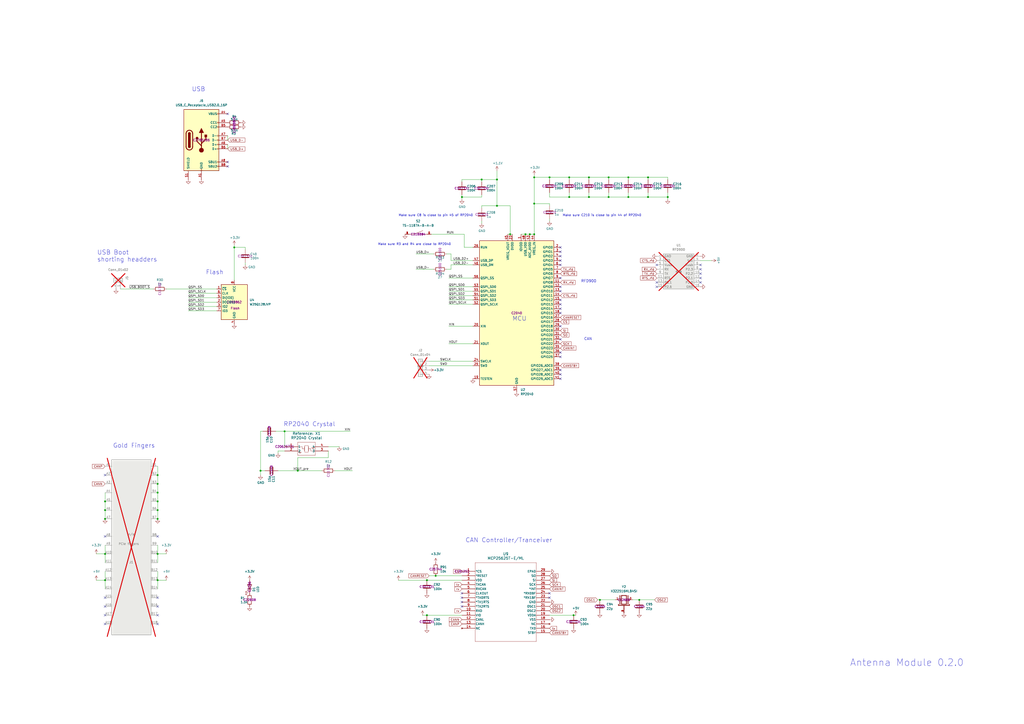
<source format=kicad_sch>
(kicad_sch (version 20250114) (generator "eeschema") (generator_version "9.0")
  (paper "A2")
  (text "Make sure C210 is close to pin 44 of RP2040" (at 326.39 125.73 0) (effects (font (size 1.27 1.27)) (justify left bottom)))
  (text "Make sure C8 is close to pin 45 of RP2040" (at 231.14 125.73 0) (effects (font (size 1.27 1.27)) (justify left bottom)))
  (text "RP2040 Crystal" (at 164.465 247.65 0) (effects (font (size 2.54 2.54)) (justify left bottom)))
  (text "USB" (at 111.252 53.34 0) (effects (font (size 2.54 2.54)) (justify left bottom)))
  (text "Make sure R3 and R4 are close to RP2040" (at 261.62 142.494 0) (effects (font (size 1.27 1.27)) (justify right bottom)))
  (text "CAN" (at 338.836 197.612 0) (effects (font (size 1.524 1.524)) (justify left bottom)))
  (text "RFD900" (at 337.058 164.084 0) (effects (font (size 1.524 1.524)) (justify left bottom)))
  (text "USB Boot \nshorting headders" (at 56.388 152.146 0) (effects (font (size 2.54 2.54)) (justify left bottom)))
  (text "Antenna Module 0.2.0" (at 493.014 386.842 0) (effects (font (size 4 4)) (justify left bottom)))
  (text "Gold Fingers" (at 65.532 260.096 0) (effects (font (size 2.54 2.54)) (justify left bottom)))
  (text "MCU" (at 297.18 186.436 0) (effects (font (size 2.54 2.54)) (justify left bottom)))
  (text "CAN Controller/Tranceiver" (at 270.002 314.96 0) (effects (font (size 2.54 2.54)) (justify left bottom)))
  (text "Flash" (at 119.38 159.512 0) (effects (font (size 2.54 2.54)) (justify left bottom)))
  (junction (at 252.73 334.01))
  (junction (at 151.13 273.05))
  (junction (at 91.44 295.91))
  (junction (at 330.2 114.3))
  (junction (at 91.44 285.75))
  (junction (at 60.96 321.31))
  (junction (at 91.44 280.67))
  (junction (at 135.89 143.51))
  (junction (at 60.96 295.91))
  (junction (at 370.84 347.98))
  (junction (at 91.44 300.99))
  (junction (at 341.63 102.87))
  (junction (at 91.44 290.83))
  (junction (at 288.29 104.14))
  (junction (at 288.29 119.38))
  (junction (at 267.97 114.3))
  (junction (at 330.2 102.87))
  (junction (at 318.77 102.87))
  (junction (at 247.65 336.55))
  (junction (at 60.96 300.99))
  (junction (at 295.91 135.89))
  (junction (at 309.88 118.11))
  (junction (at 91.44 275.59))
  (junction (at 307.34 135.89))
  (junction (at 309.88 135.89))
  (junction (at 309.88 102.87))
  (junction (at 341.63 114.3))
  (junction (at 91.44 336.55))
  (junction (at 247.65 356.87))
  (junction (at 347.98 347.98))
  (junction (at 375.92 114.3))
  (junction (at 364.49 102.87))
  (junction (at 332.74 356.87))
  (junction (at 172.72 273.05))
  (junction (at 60.96 290.83))
  (junction (at 353.06 114.3))
  (junction (at 304.8 135.89))
  (junction (at 375.92 102.87))
  (junction (at 91.44 321.31))
  (junction (at 353.06 102.87))
  (junction (at 387.35 114.3))
  (junction (at 279.4 104.14))
  (junction (at 165.1 250.19))
  (junction (at 364.49 114.3))
  (junction (at 60.96 336.55))
  (no_connect (at 60.96 351.79))
  (no_connect (at 91.44 346.71))
  (no_connect (at 381 153.67))
  (no_connect (at 318.77 344.17))
  (no_connect (at 325.12 146.05))
  (no_connect (at 132.08 96.52))
  (no_connect (at 132.08 93.98))
  (no_connect (at 325.12 179.07))
  (no_connect (at 91.44 351.79))
  (no_connect (at 60.96 356.87))
  (no_connect (at 91.44 311.15))
  (no_connect (at 267.97 351.79))
  (no_connect (at 406.4 153.67))
  (no_connect (at 325.12 217.17))
  (no_connect (at 60.96 346.71))
  (no_connect (at 381 163.83))
  (no_connect (at 325.12 219.71))
  (no_connect (at 325.12 189.23))
  (no_connect (at 325.12 148.59))
  (no_connect (at 91.44 356.87))
  (no_connect (at 325.12 151.13))
  (no_connect (at 91.44 361.95))
  (no_connect (at 325.12 207.01))
  (no_connect (at 381 166.37))
  (no_connect (at 267.97 344.17))
  (no_connect (at 406.4 158.75))
  (no_connect (at 325.12 168.91))
  (no_connect (at 325.12 196.85))
  (no_connect (at 325.12 153.67))
  (no_connect (at 325.12 161.29))
  (no_connect (at 267.97 346.71))
  (no_connect (at 325.12 176.53))
  (no_connect (at 325.12 204.47))
  (no_connect (at 406.4 163.83))
  (no_connect (at 267.97 349.25))
  (no_connect (at 60.96 275.59))
  (no_connect (at 406.4 161.29))
  (no_connect (at 325.12 214.63))
  (no_connect (at 325.12 166.37))
  (no_connect (at 132.08 66.04))
  (no_connect (at 325.12 173.99))
  (no_connect (at 406.4 156.21))
  (no_connect (at 60.96 361.95))
  (no_connect (at 60.96 311.15))
  (no_connect (at 325.12 143.51))
  (no_connect (at 325.12 181.61))
  (no_connect (at 318.77 346.71))
  (wire (pts (xy 261.62 156.21) (xy 261.62 153.67)))
  (wire (pts (xy 260.35 171.45) (xy 274.32 171.45)))
  (wire (pts (xy 91.44 290.83) (xy 91.44 295.91)))
  (wire (pts (xy 309.88 118.11) (xy 318.77 118.11)))
  (wire (pts (xy 304.8 135.89) (xy 307.34 135.89)))
  (wire (pts (xy 279.4 120.65) (xy 279.4 119.38)))
  (wire (pts (xy 172.72 265.43) (xy 172.72 273.05)))
  (wire (pts (xy 261.62 147.32) (xy 261.62 151.13)))
  (wire (pts (xy 279.4 104.14) (xy 288.29 104.14)))
  (wire (pts (xy 109.22 170.18) (xy 125.73 170.18)))
  (wire (pts (xy 60.96 285.75) (xy 60.96 290.83)))
  (wire (pts (xy 274.32 176.53) (xy 260.35 176.53)))
  (wire (pts (xy 248.92 212.09) (xy 274.32 212.09)))
  (wire (pts (xy 267.97 113.03) (xy 267.97 114.3)))
  (wire (pts (xy 91.44 321.31) (xy 91.44 326.39)))
  (wire (pts (xy 269.24 135.89) (xy 250.19 135.89)))
  (wire (pts (xy 91.44 295.91) (xy 91.44 300.99)))
  (wire (pts (xy 375.92 114.3) (xy 387.35 114.3)))
  (wire (pts (xy 318.77 127) (xy 318.77 128.27)))
  (wire (pts (xy 160.02 250.19) (xy 165.1 250.19)))
  (wire (pts (xy 288.29 119.38) (xy 295.91 119.38)))
  (wire (pts (xy 247.65 336.55) (xy 267.97 336.55)))
  (wire (pts (xy 161.29 261.62) (xy 161.29 262.89)))
  (wire (pts (xy 241.3 147.32) (xy 251.46 147.32)))
  (wire (pts (xy 135.89 143.51) (xy 135.89 162.56)))
  (wire (pts (xy 135.89 142.24) (xy 135.89 143.51)))
  (wire (pts (xy 375.92 114.3) (xy 364.49 114.3)))
  (wire (pts (xy 194.31 273.05) (xy 204.47 273.05)))
  (wire (pts (xy 341.63 114.3) (xy 330.2 114.3)))
  (wire (pts (xy 267.97 114.3) (xy 279.4 114.3)))
  (wire (pts (xy 190.5 261.62) (xy 190.5 265.43)))
  (wire (pts (xy 231.14 336.55) (xy 247.65 336.55)))
  (wire (pts (xy 248.92 209.55) (xy 274.32 209.55)))
  (wire (pts (xy 375.92 104.14) (xy 375.92 102.87)))
  (wire (pts (xy 387.35 114.3) (xy 387.35 115.57)))
  (wire (pts (xy 125.73 172.72) (xy 109.22 172.72)))
  (wire (pts (xy 364.49 111.76) (xy 364.49 114.3)))
  (wire (pts (xy 375.92 111.76) (xy 375.92 114.3)))
  (wire (pts (xy 318.77 356.87) (xy 332.74 356.87)))
  (wire (pts (xy 245.11 356.87) (xy 247.65 356.87)))
  (wire (pts (xy 151.13 273.05) (xy 151.13 275.59)))
  (wire (pts (xy 267.97 104.14) (xy 279.4 104.14)))
  (wire (pts (xy 260.35 166.37) (xy 274.32 166.37)))
  (wire (pts (xy 330.2 104.14) (xy 330.2 102.87)))
  (wire (pts (xy 375.92 102.87) (xy 387.35 102.87)))
  (wire (pts (xy 132.08 81.28) (xy 132.08 78.74)))
  (wire (pts (xy 364.49 114.3) (xy 353.06 114.3)))
  (wire (pts (xy 91.44 336.55) (xy 91.44 331.47)))
  (wire (pts (xy 341.63 102.87) (xy 353.06 102.87)))
  (wire (pts (xy 60.96 321.31) (xy 60.96 316.23)))
  (wire (pts (xy 353.06 104.14) (xy 353.06 102.87)))
  (wire (pts (xy 274.32 199.39) (xy 260.35 199.39)))
  (wire (pts (xy 267.97 105.41) (xy 267.97 104.14)))
  (wire (pts (xy 142.24 144.78) (xy 142.24 143.51)))
  (wire (pts (xy 288.29 99.06) (xy 288.29 104.14)))
  (wire (pts (xy 274.32 143.51) (xy 269.24 143.51)))
  (wire (pts (xy 330.2 114.3) (xy 318.77 114.3)))
  (wire (pts (xy 307.34 135.89) (xy 309.88 135.89)))
  (wire (pts (xy 172.72 273.05) (xy 186.69 273.05)))
  (wire (pts (xy 295.91 119.38) (xy 295.91 135.89)))
  (wire (pts (xy 267.97 114.3) (xy 267.97 115.57)))
  (wire (pts (xy 294.64 135.89) (xy 295.91 135.89)))
  (wire (pts (xy 279.4 119.38) (xy 288.29 119.38)))
  (wire (pts (xy 318.77 104.14) (xy 318.77 102.87)))
  (wire (pts (xy 341.63 111.76) (xy 341.63 114.3)))
  (wire (pts (xy 247.65 356.87) (xy 267.97 356.87)))
  (wire (pts (xy 142.24 143.51) (xy 135.89 143.51)))
  (wire (pts (xy 91.44 280.67) (xy 91.44 285.75)))
  (wire (pts (xy 387.35 111.76) (xy 387.35 114.3)))
  (wire (pts (xy 91.44 321.31) (xy 91.44 316.23)))
  (wire (pts (xy 279.4 105.41) (xy 279.4 104.14)))
  (wire (pts (xy 261.62 153.67) (xy 274.32 153.67)))
  (wire (pts (xy 60.96 295.91) (xy 60.96 300.99)))
  (wire (pts (xy 125.73 180.34) (xy 109.22 180.34)))
  (wire (pts (xy 318.77 102.87) (xy 330.2 102.87)))
  (wire (pts (xy 60.96 321.31) (xy 60.96 326.39)))
  (wire (pts (xy 151.13 250.19) (xy 151.13 273.05)))
  (wire (pts (xy 96.52 167.64) (xy 125.73 167.64)))
  (wire (pts (xy 55.88 336.55) (xy 60.96 336.55)))
  (wire (pts (xy 318.77 111.76) (xy 318.77 114.3)))
  (wire (pts (xy 190.5 259.08) (xy 196.85 259.08)))
  (wire (pts (xy 309.88 118.11) (xy 309.88 135.89)))
  (wire (pts (xy 165.1 250.19) (xy 203.2 250.19)))
  (wire (pts (xy 91.44 285.75) (xy 91.44 290.83)))
  (wire (pts (xy 55.88 321.31) (xy 60.96 321.31)))
  (wire (pts (xy 364.49 104.14) (xy 364.49 102.87)))
  (wire (pts (xy 318.77 119.38) (xy 318.77 118.11)))
  (wire (pts (xy 69.85 167.64) (xy 88.9 167.64)))
  (wire (pts (xy 332.74 356.87) (xy 334.01 356.87)))
  (wire (pts (xy 96.52 321.31) (xy 91.44 321.31)))
  (wire (pts (xy 269.24 143.51) (xy 269.24 135.89)))
  (wire (pts (xy 353.06 111.76) (xy 353.06 114.3)))
  (wire (pts (xy 288.29 104.14) (xy 288.29 119.38)))
  (wire (pts (xy 125.73 175.26) (xy 109.22 175.26)))
  (wire (pts (xy 142.24 152.4) (xy 142.24 153.67)))
  (wire (pts (xy 353.06 114.3) (xy 341.63 114.3)))
  (wire (pts (xy 259.08 156.21) (xy 261.62 156.21)))
  (wire (pts (xy 60.96 336.55) (xy 60.96 341.63)))
  (wire (pts (xy 260.35 173.99) (xy 274.32 173.99)))
  (wire (pts (xy 248.92 334.01) (xy 252.73 334.01)))
  (wire (pts (xy 151.13 250.19) (xy 152.4 250.19)))
  (wire (pts (xy 367.03 347.98) (xy 370.84 347.98)))
  (wire (pts (xy 412.75 151.13) (xy 406.4 151.13)))
  (wire (pts (xy 132.08 83.82) (xy 132.08 86.36)))
  (wire (pts (xy 341.63 104.14) (xy 341.63 102.87)))
  (wire (pts (xy 161.29 273.05) (xy 172.72 273.05)))
  (wire (pts (xy 252.73 334.01) (xy 267.97 334.01)))
  (wire (pts (xy 260.35 189.23) (xy 274.32 189.23)))
  (wire (pts (xy 60.96 290.83) (xy 60.96 295.91)))
  (wire (pts (xy 161.29 261.62) (xy 165.1 261.62)))
  (wire (pts (xy 309.88 101.6) (xy 309.88 102.87)))
  (wire (pts (xy 309.88 102.87) (xy 318.77 102.87)))
  (wire (pts (xy 241.3 156.21) (xy 251.46 156.21)))
  (wire (pts (xy 96.52 336.55) (xy 91.44 336.55)))
  (wire (pts (xy 274.32 161.29) (xy 260.35 161.29)))
  (wire (pts (xy 364.49 102.87) (xy 375.92 102.87)))
  (wire (pts (xy 330.2 111.76) (xy 330.2 114.3)))
  (wire (pts (xy 261.62 151.13) (xy 274.32 151.13)))
  (wire (pts (xy 153.67 273.05) (xy 151.13 273.05)))
  (wire (pts (xy 190.5 265.43) (xy 172.72 265.43)))
  (wire (pts (xy 279.4 128.27) (xy 279.4 129.54)))
  (wire (pts (xy 309.88 102.87) (xy 309.88 118.11)))
  (wire (pts (xy 295.91 135.89) (xy 297.18 135.89)))
  (wire (pts (xy 91.44 270.51) (xy 91.44 275.59)))
  (wire (pts (xy 370.84 347.98) (xy 379.73 347.98)))
  (wire (pts (xy 165.1 250.19) (xy 165.1 259.08)))
  (wire (pts (xy 259.08 147.32) (xy 261.62 147.32)))
  (wire (pts (xy 387.35 104.14) (xy 387.35 102.87)))
  (wire (pts (xy 279.4 114.3) (xy 279.4 113.03)))
  (wire (pts (xy 60.96 336.55) (xy 60.96 331.47)))
  (wire (pts (xy 260.35 168.91) (xy 274.32 168.91)))
  (wire (pts (xy 353.06 102.87) (xy 364.49 102.87)))
  (wire (pts (xy 91.44 336.55) (xy 91.44 341.63)))
  (wire (pts (xy 91.44 275.59) (xy 91.44 280.67)))
  (wire (pts (xy 347.98 347.98) (xy 356.87 347.98)))
  (wire (pts (xy 330.2 102.87) (xy 341.63 102.87)))
  (wire (pts (xy 302.26 135.89) (xy 304.8 135.89)))
  (wire (pts (xy 346.71 347.98) (xy 347.98 347.98)))
  (wire (pts (xy 125.73 177.8) (xy 109.22 177.8)))
  (label "USB_D2+" (at 262.89 151.13 0))
  (label "XOUT_pre" (at 179.07 273.05 180))
  (label "~{USB_BOOT_S}" (at 74.93 167.64 0))
  (label "QSPI_SD3" (at 260.35 173.99 0))
  (label "QSPI_SD1" (at 109.22 175.26 0))
  (label "XIN" (at 260.35 189.23 0))
  (label "USB_D+" (at 241.3 147.32 0))
  (label "SWD" (at 255.27 212.09 0))
  (label "QSPI_SS" (at 109.22 167.64 0))
  (label "QSPI_SD3" (at 109.22 180.34 0))
  (label "XIN" (at 203.2 250.19 180))
  (label "QSPI_SD2" (at 109.22 177.8 0))
  (label "QSPI_SS" (at 260.35 161.29 0))
  (label "XOUT" (at 204.47 273.05 180))
  (label "SWCLK" (at 255.27 209.55 0))
  (label "QSPI_SCLK" (at 109.22 170.18 0))
  (label "QSPI_SD1" (at 260.35 168.91 0))
  (label "QSPI_SCLK" (at 260.35 176.53 0))
  (label "USB_D-" (at 241.3 156.21 0))
  (label "USB_D2-" (at 262.89 153.67 0))
  (label "QSPI_SD2" (at 260.35 171.45 0))
  (label "QSPI_SD0" (at 109.22 172.72 0))
  (label "XOUT" (at 260.35 199.39 0))
  (label "RUN" (at 259.08 135.89 0))
  (label "QSPI_SD0" (at 260.35 166.37 0))
  (global_label "tx" (shape input) (at 267.97 339.09 180) (property "Intersheetrefs" "${INTERSHEET_REFS}" (effects (hide yes))))
  (global_label "CANN" (shape input) (at 267.97 359.41 180) (property "Intersheetrefs" "${INTERSHEET_REFS}" (effects (hide yes))))
  (global_label "CANSTBY" (shape input) (at 325.12 212.09 0) (property "Intersheetrefs" "${INTERSHEET_REFS}" (effects (hide yes))))
  (global_label "OSC1" (shape input) (at 346.71 347.98 180) (property "Intersheetrefs" "${INTERSHEET_REFS}" (effects (hide yes))))
  (global_label "CANN" (shape input) (at 60.96 280.67 180) (property "Intersheetrefs" "${INTERSHEET_REFS}" (effects (hide yes))))
  (global_label "RTS_rfd" (shape input) (at 325.12 158.75 0) (property "Intersheetrefs" "${INTERSHEET_REFS}" (effects (hide yes))))
  (global_label "CANP" (shape input) (at 267.97 361.95 180) (property "Intersheetrefs" "${INTERSHEET_REFS}" (effects (hide yes))))
  (global_label "CANSTBY" (shape input) (at 318.77 367.03 0) (property "Intersheetrefs" "${INTERSHEET_REFS}" (effects (hide yes))))
  (global_label "SCK" (shape input) (at 325.12 199.39 0) (property "Intersheetrefs" "${INTERSHEET_REFS}" (effects (hide yes))))
  (global_label "OSC1" (shape input) (at 318.77 351.79 0) (property "Intersheetrefs" "${INTERSHEET_REFS}" (effects (hide yes))))
  (global_label "CS" (shape input) (at 325.12 186.69 0) (property "Intersheetrefs" "${INTERSHEET_REFS}" (effects (hide yes))))
  (global_label "CTS_rfd" (shape input) (at 381 151.13 180) (property "Intersheetrefs" "${INTERSHEET_REFS}" (effects (hide yes))))
  (global_label "RTS_rfd" (shape input) (at 381 161.29 180) (property "Intersheetrefs" "${INTERSHEET_REFS}" (effects (hide yes))))
  (global_label "USB_D+" (shape input) (at 132.08 86.36 0) (property "Intersheetrefs" "${INTERSHEET_REFS}" (effects (hide yes))))
  (global_label "CANRESET" (shape input) (at 325.12 184.15 0) (property "Intersheetrefs" "${INTERSHEET_REFS}" (effects (hide yes))))
  (global_label "rx" (shape input) (at 267.97 341.63 180) (property "Intersheetrefs" "${INTERSHEET_REFS}" (effects (hide yes))))
  (global_label "CANRESET" (shape input) (at 248.92 334.01 180) (property "Intersheetrefs" "${INTERSHEET_REFS}" (effects (hide yes))))
  (global_label "TX_rfd" (shape input) (at 325.12 156.21 0) (property "Intersheetrefs" "${INTERSHEET_REFS}" (effects (hide yes))))
  (global_label "SO" (shape input) (at 318.77 334.01 0) (property "Intersheetrefs" "${INTERSHEET_REFS}" (effects (hide yes))))
  (global_label "OSC2" (shape input) (at 379.73 347.98 0) (property "Intersheetrefs" "${INTERSHEET_REFS}" (effects (hide yes))))
  (global_label "SCK" (shape input) (at 318.77 339.09 0) (property "Intersheetrefs" "${INTERSHEET_REFS}" (effects (hide yes))))
  (global_label "tx" (shape input) (at 318.77 364.49 0) (property "Intersheetrefs" "${INTERSHEET_REFS}" (effects (hide yes))))
  (global_label "RX_rfd" (shape input) (at 381 156.21 180) (property "Intersheetrefs" "${INTERSHEET_REFS}" (effects (hide yes))))
  (global_label "TX_rfd" (shape input) (at 381 158.75 180) (property "Intersheetrefs" "${INTERSHEET_REFS}" (effects (hide yes))))
  (global_label "CS" (shape input) (at 267.97 331.47 180) (property "Intersheetrefs" "${INTERSHEET_REFS}" (effects (hide yes))))
  (global_label "SI" (shape input) (at 325.12 191.77 0) (property "Intersheetrefs" "${INTERSHEET_REFS}" (effects (hide yes))))
  (global_label "CANINT" (shape input) (at 325.12 201.93 0) (property "Intersheetrefs" "${INTERSHEET_REFS}" (effects (hide yes))))
  (global_label "SI" (shape input) (at 318.77 336.55 0) (property "Intersheetrefs" "${INTERSHEET_REFS}" (effects (hide yes))))
  (global_label "OSC2" (shape input) (at 318.77 354.33 0) (property "Intersheetrefs" "${INTERSHEET_REFS}" (effects (hide yes))))
  (global_label "CTS_rfd" (shape input) (at 325.12 171.45 0) (property "Intersheetrefs" "${INTERSHEET_REFS}" (effects (hide yes))))
  (global_label "RX_rfd" (shape input) (at 325.12 163.83 0) (property "Intersheetrefs" "${INTERSHEET_REFS}" (effects (hide yes))))
  (global_label "SO" (shape input) (at 325.12 194.31 0) (property "Intersheetrefs" "${INTERSHEET_REFS}" (effects (hide yes))))
  (global_label "CANINT" (shape input) (at 318.77 341.63 0) (property "Intersheetrefs" "${INTERSHEET_REFS}" (effects (hide yes))))
  (global_label "USB_D-" (shape input) (at 132.08 81.28 0) (property "Intersheetrefs" "${INTERSHEET_REFS}" (effects (hide yes))))
  (global_label "CANP" (shape input) (at 60.96 270.51 180) (property "Intersheetrefs" "${INTERSHEET_REFS}" (effects (hide yes))))
  (global_label "rx" (shape input) (at 267.97 354.33 180) (property "Intersheetrefs" "${INTERSHEET_REFS}" (effects (hide yes))))
  (symbol (lib_id "Device:C") (at 330.2 107.95 0) (unit 1)
    (property "Reference" "C211" (at 333.121 106.7816 0) (effects (justify left)))
    (property "Value" "100n" (at 333.121 109.093 0) (effects (justify left)))
    (property "Footprint" "Capacitor_SMD:C_0402_1005Metric" (effects (hide yes)))
    (property "info" "100nF Cap" (effects (hide yes)))
    (property "LCSC Part #" "C307331" (effects (hide yes)))
    (property "basic?" "yes" (effects (hide yes)))
    (property "price" "C$0.0077 " (effects (hide yes)))
    (property "JLC Link" "https://jlcpcb.com/partdetail/291005-CL05B104KB54PNC/C307331" (effects (hide yes)))
    (property "LCSC PN" "C307331" (at 330.2 107.95 0))
  )
  (symbol (lib_id "power:VAA") (at 55.88 321.31 0) (unit 1)
    (property "Reference" "#PWR022" (effects (hide yes)))
    (property "Value" "+3.3V" (at 55.88 316.23 0))
    (property "Description" "Power symbol creates a global label with name \"VAA\"" (effects (hide yes)))
  )
  (symbol (lib_id "Device:C") (at 247.65 340.36 0) (unit 1)
    (property "Reference" "C92" (at 251.46 339.0899 0) (effects (justify left)))
    (property "Value" "100n" (at 251.46 341.6299 0) (effects (justify left)))
    (property "Footprint" "Capacitor_SMD:C_0402_1005Metric" (effects (hide yes)))
    (property "Description" "Unpolarized capacitor" (effects (hide yes)))
    (property "info" "100nF Cap" (effects (hide yes)))
    (property "JLC Link" "https://jlcpcb.com/partdetail/291005-CL05B104KB54PNC/C307331" (effects (hide yes)))
    (property "LCSC Part #" "C307331" (effects (hide yes)))
    (property "basic?" "yes" (effects (hide yes)))
    (property "price" "C$0.0077 " (effects (hide yes)))
    (property "LCSC PN" "C307331" (at 247.65 340.36 0))
  )
  (symbol (lib_id "power:GND") (at 91.44 300.99 0) (unit 1)
    (property "Reference" "#PWR014" (effects (hide yes)))
    (property "Value" "GND" (effects (hide yes)))
    (property "Description" "Power symbol creates a global label with name \"GND\" , ground" (effects (hide yes)))
  )
  (symbol (lib_id "power:GND") (at 361.95 355.6 0) (unit 1)
    (property "Reference" "#PWR080" (effects (hide yes)))
    (property "Value" "GND" (effects (hide yes)))
    (property "Description" "Power symbol creates a global label with name \"GND\" , ground" (effects (hide yes)))
  )
  (symbol (lib_id "power:VAA") (at 96.52 336.55 0) (unit 1)
    (property "Reference" "#PWR021" (effects (hide yes)))
    (property "Value" "+5V" (at 96.52 331.47 0))
    (property "Description" "Power symbol creates a global label with name \"VAA\"" (effects (hide yes)))
  )
  (symbol (lib_id "Device:C") (at 353.06 107.95 0) (unit 1)
    (property "Reference" "C213" (at 355.981 106.7816 0) (effects (justify left)))
    (property "Value" "100n" (at 355.981 109.093 0) (effects (justify left)))
    (property "Footprint" "Capacitor_SMD:C_0402_1005Metric" (effects (hide yes)))
    (property "info" "100nF Cap" (effects (hide yes)))
    (property "LCSC Part #" "C307331" (effects (hide yes)))
    (property "basic?" "yes" (effects (hide yes)))
    (property "price" "C$0.0077 " (effects (hide yes)))
    (property "JLC Link" "https://jlcpcb.com/partdetail/291005-CL05B104KB54PNC/C307331" (effects (hide yes)))
    (property "LCSC PN" "C307331" (at 353.06 107.95 0))
  )
  (symbol (lib_id "power:GND") (at 332.74 364.49 0) (unit 1)
    (property "Reference" "#PWR030" (effects (hide yes)))
    (property "Value" "GND" (effects (hide yes)))
    (property "Description" "Power symbol creates a global label with name \"GND\" , ground" (effects (hide yes)))
  )
  (symbol (lib_id "power:VAA") (at 55.88 336.55 0) (unit 1)
    (property "Reference" "#PWR010" (effects (hide yes)))
    (property "Value" "+5V" (at 55.88 331.47 0))
    (property "Description" "Power symbol creates a global label with name \"VAA\"" (effects (hide yes)))
  )
  (symbol (lib_id "power:+3V3") (at 135.89 142.24 0) (unit 1)
    (property "Reference" "#PWR012" (effects (hide yes)))
    (property "Value" "+3.3V" (at 136.271 137.8458 0))
  )
  (symbol (lib_id "power:GND") (at 116.84 104.14 0) (unit 1)
    (property "Reference" "#PWR029" (effects (hide yes)))
    (property "Value" "GND" (effects (hide yes)))
    (property "Description" "Power symbol creates a global label with name \"GND\" , ground" (effects (hide yes)))
  )
  (symbol (lib_id "power:GND") (at 274.32 219.71 0) (unit 1)
    (property "Reference" "#PWR024" (effects (hide yes)))
    (property "Value" "GND" (effects (hide yes)))
    (property "Description" "Power symbol creates a global label with name \"GND\" , ground" (effects (hide yes)))
  )
  (symbol (lib_id "Connector_Generic:Conn_01x02") (at 69.85 162.56 270) (mirror x) (unit 1) (dnp yes)
    (property "Reference" "J5" (at 73.66 161.29 0))
    (property "Value" "Conn_01x02" (at 68.58 156.464 90))
    (property "Footprint" "Connector_PinHeader_2.54mm:PinHeader_1x02_P2.54mm_Vertical" (effects (hide yes)))
    (property "LCSC Part #" "n/a" (effects (hide yes)))
    (property "info" "two headders" (effects (hide yes)))
    (property "basic?" "n/a" (effects (hide yes)))
    (property "price" "n/a" (effects (hide yes)))
    (property "JLC Link" "n/a" (effects (hide yes)))
    (property "LCSC PN" "n/a" (at 69.85 162.56 0))
  )
  (symbol (lib_id "Device:C") (at 247.65 360.68 0) (unit 1)
    (property "Reference" "C90" (at 251.46 359.4099 0) (effects (justify left)))
    (property "Value" "100n" (at 251.46 361.9499 0) (effects (justify left)))
    (property "Footprint" "Capacitor_SMD:C_0402_1005Metric" (effects (hide yes)))
    (property "Description" "Unpolarized capacitor" (effects (hide yes)))
    (property "info" "100nF Cap" (effects (hide yes)))
    (property "JLC Link" "https://jlcpcb.com/partdetail/291005-CL05B104KB54PNC/C307331" (effects (hide yes)))
    (property "LCSC Part #" "C307331" (effects (hide yes)))
    (property "basic?" "yes" (effects (hide yes)))
    (property "price" "C$0.0077 " (effects (hide yes)))
    (property "LCSC PN" "C307331" (at 247.65 360.68 0))
  )
  (symbol (lib_id "power:GND") (at 347.98 355.6 0) (unit 1)
    (property "Reference" "#PWR032" (effects (hide yes)))
    (property "Value" "GND" (effects (hide yes)))
    (property "Description" "Power symbol creates a global label with name \"GND\" , ground" (effects (hide yes)))
  )
  (symbol (lib_id "4in-kicad-library:MCP25625T-E_ML") (at 267.97 331.47 0) (unit 1)
    (property "Reference" "U9" (at 293.37 321.31 0) (effects (font (size 1.524 1.524))))
    (property "Value" "MCP25625T-E/ML" (at 293.37 323.85 0) (effects (font (size 1.524 1.524))))
    (property "Footprint" "4in-kicad-library:QFN28_6X6MC_MCH" (effects (hide yes)))
    (property "Datasheet" "https://jlcpcb.com/api/file/downloadByFileSystemAccessId/8588883876571713536" (effects (hide yes)))
    (property "Description" "CAN Controller/Tranceiver" (effects (hide yes)))
    (property "JLC Link" "https://jlcpcb.com/partdetail/MicrochipTech-MCP25625T_EML/C191253" (effects (hide yes)))
    (property "LCSC PN" "C191253" (effects (hide yes)))
    (property "JLC Price" "2.9482 " (effects (hide yes)))
    (property "LCSC Part #" "C191253" (at 267.97 331.47 0))
  )
  (symbol (lib_id "power:+3.3V") (at 231.14 336.55 0) (unit 1)
    (property "Reference" "#PWR074" (effects (hide yes)))
    (property "Value" "+3.3V" (at 231.14 331.47 0))
    (property "Description" "Power symbol creates a global label with name \"+3.3V\"" (effects (hide yes)))
  )
  (symbol (lib_id "Device:C") (at 267.97 109.22 0) (unit 1)
    (property "Reference" "C206" (at 270.891 108.0516 0) (effects (justify left)))
    (property "Value" "100n" (at 270.891 110.363 0) (effects (justify left)))
    (property "Footprint" "Capacitor_SMD:C_0402_1005Metric" (effects (hide yes)))
    (property "info" "100nF Cap" (effects (hide yes)))
    (property "LCSC Part #" "C307331" (effects (hide yes)))
    (property "basic?" "yes" (effects (hide yes)))
    (property "price" "C$0.0077 " (effects (hide yes)))
    (property "JLC Link" "https://jlcpcb.com/partdetail/291005-CL05B104KB54PNC/C307331" (effects (hide yes)))
    (property "LCSC PN" "C307331" (at 267.97 109.22 0))
  )
  (symbol (lib_id "power:VAA") (at 144.78 336.55 0) (unit 1)
    (property "Reference" "#PWR02" (effects (hide yes)))
    (property "Value" "+3.3V" (at 144.78 331.47 0))
    (property "Description" "Power symbol creates a global label with name \"VAA\"" (effects (hide yes)))
  )
  (symbol (lib_id "power:VAA") (at 96.52 321.31 0) (unit 1)
    (property "Reference" "#PWR023" (effects (hide yes)))
    (property "Value" "+3.3V" (at 96.52 316.23 0))
    (property "Description" "Power symbol creates a global label with name \"VAA\"" (effects (hide yes)))
  )
  (symbol (lib_id "power:GND") (at 139.7 73.66 90) (unit 1)
    (property "Reference" "#PWR019" (effects (hide yes)))
    (property "Value" "GND" (effects (hide yes)))
    (property "Description" "Power symbol creates a global label with name \"GND\" , ground" (effects (hide yes)))
  )
  (symbol (lib_id "Device:C") (at 364.49 107.95 0) (unit 1)
    (property "Reference" "C214" (at 367.411 106.7816 0) (effects (justify left)))
    (property "Value" "100n" (at 367.411 109.093 0) (effects (justify left)))
    (property "Footprint" "Capacitor_SMD:C_0402_1005Metric" (effects (hide yes)))
    (property "info" "100nF Cap" (effects (hide yes)))
    (property "LCSC Part #" "C307331" (effects (hide yes)))
    (property "basic?" "yes" (effects (hide yes)))
    (property "price" "C$0.0077 " (effects (hide yes)))
    (property "JLC Link" "https://jlcpcb.com/partdetail/291005-CL05B104KB54PNC/C307331" (effects (hide yes)))
    (property "LCSC PN" "C307331" (at 364.49 107.95 0))
  )
  (symbol (lib_id "4in-kicad-library:X322516MLB4SI") (at 361.95 347.98 0) (unit 1)
    (property "Reference" "Y2" (at 361.95 340.36 0))
    (property "Value" "X322516MLB4SI" (at 361.95 342.9 0))
    (property "Footprint" "4in-kicad-library:X322516MLB4SI" (effects (hide yes)))
    (property "Datasheet" "https://jlcpcb.com/api/file/downloadByFileSystemAccessId/8588879158093500416" (effects (hide yes)))
    (property "Description" "CAN Crystal" (effects (hide yes)))
    (property "JLC Link" "https://jlcpcb.com/partdetail/Yxc_CrystalOscillators-X322516MOB4SI/C12668" (effects (hide yes)))
    (property "LCSC PN" "C12668" (effects (hide yes)))
    (property "JLC Price" "0.0829" (effects (hide yes)))
    (property "LCSC Part #" "C12668" (at 361.95 347.98 0))
  )
  (symbol (lib_id "power:GND") (at 370.84 355.6 0) (unit 1)
    (property "Reference" "#PWR031" (effects (hide yes)))
    (property "Value" "GND" (effects (hide yes)))
    (property "Description" "Power symbol creates a global label with name \"GND\" , ground" (effects (hide yes)))
  )
  (symbol (lib_id "power:GND") (at 406.4 148.59 90) (unit 1)
    (property "Reference" "#PWR033" (effects (hide yes)))
    (property "Value" "GND" (effects (hide yes)))
    (property "Description" "Power symbol creates a global label with name \"GND\" , ground" (effects (hide yes)))
  )
  (symbol (lib_id "power:+3.3V") (at 252.73 326.39 0) (unit 1)
    (property "Reference" "#PWR079" (effects (hide yes)))
    (property "Value" "+3.3V" (at 252.73 321.31 0))
    (property "Description" "Power symbol creates a global label with name \"+3.3V\"" (effects (hide yes)))
  )
  (symbol (lib_id "Device:C") (at 156.21 250.19 270) (unit 1)
    (property "Reference" "C10" (at 157.3784 253.111 0) (effects (justify left)))
    (property "Value" "15p" (at 155.067 253.111 0) (effects (justify left)))
    (property "Footprint" "Capacitor_SMD:C_0402_1005Metric" (effects (hide yes)))
    (property "LCSC Part #" "C1548" (effects (hide yes)))
    (property "basic?" "yes" (effects (hide yes)))
    (property "info" "15pF Cap" (effects (hide yes)))
    (property "price" "C$0.0013 " (effects (hide yes)))
    (property "JLC Link" "https://jlcpcb.com/partdetail/1900-0402CG150J500NT/C1548" (effects (hide yes)))
    (property "LCSC PN" "C1548" (at 156.21 250.19 0))
  )
  (symbol (lib_id "Device:R") (at 255.27 156.21 90) (unit 1)
    (property "Reference" "R204" (at 255.27 158.75 90))
    (property "Value" "27" (at 255.27 160.782 90))
    (property "Footprint" "Resistor_SMD:R_0402_1005Metric" (effects (hide yes)))
    (property "LCSC Part #" "C25100" (effects (hide yes)))
    (property "basic?" "no" (effects (hide yes)))
    (property "info" "27 ohm" (effects (hide yes)))
    (property "price" "C$0.0007 " (effects (hide yes)))
    (property "JLC Link" "https://jlcpcb.com/partdetail/25843-0402WGF270JTCE/C25100" (effects (hide yes)))
    (property "LCSC PN" "C25100" (at 255.27 156.21 0))
  )
  (symbol (lib_id "Device:C") (at 279.4 124.46 0) (unit 1)
    (property "Reference" "C208" (at 282.321 123.2916 0) (effects (justify left)))
    (property "Value" "1u" (at 282.321 125.603 0) (effects (justify left)))
    (property "Footprint" "Capacitor_SMD:C_0402_1005Metric" (effects (hide yes)))
    (property "info" "1uF Cap" (effects (hide yes)))
    (property "LCSC Part #" "C52923" (effects (hide yes)))
    (property "basic?" "yes" (effects (hide yes)))
    (property "price" "C$0.0041 " (effects (hide yes)))
    (property "JLC Link" "https://jlcpcb.com/partdetail/53938-CL05A105KA5NQNC/C52923" (effects (hide yes)))
    (property "LCSC PN" "C52923" (at 279.4 124.46 0))
  )
  (symbol (lib_id "power:GND") (at 248.92 217.17 0) (unit 1)
    (property "Reference" "#PWR026" (effects (hide yes)))
    (property "Value" "GND" (effects (hide yes)))
    (property "Description" "Power symbol creates a global label with name \"GND\" , ground" (effects (hide yes)))
  )
  (symbol (lib_id "power:GND") (at 318.77 349.25 90) (unit 1)
    (property "Reference" "#PWR076" (effects (hide yes)))
    (property "Value" "GND" (effects (hide yes)))
    (property "Description" "Power symbol creates a global label with name \"GND\" , ground" (effects (hide yes)))
  )
  (symbol (lib_id "Device:R") (at 252.73 330.2 0) (unit 1)
    (property "Reference" "R91" (at 255.27 328.9299 0) (effects (justify left)))
    (property "Value" "10k" (at 255.27 331.4699 0) (effects (justify left)))
    (property "Footprint" "Resistor_SMD:R_0402_1005Metric" (effects (hide yes)))
    (property "Description" "Resistor" (effects (hide yes)))
    (property "JLC Link" "https://jlcpcb.com/partdetail/26487-0402WGF1002TCE/C25744" (effects (hide yes)))
    (property "LCSC Part #" "C25744" (effects (hide yes)))
    (property "basic?" "yes" (effects (hide yes)))
    (property "info" "10k ohm" (effects (hide yes)))
    (property "price" "C$0.0007 " (effects (hide yes)))
    (property "LCSC PN" "C25744" (at 252.73 330.2 0))
  )
  (symbol (lib_id "power:+3.3V") (at 245.11 356.87 0) (unit 1)
    (property "Reference" "#PWR073" (effects (hide yes)))
    (property "Value" "+3.3V" (at 245.11 351.79 0))
    (property "Description" "Power symbol creates a global label with name \"+3.3V\"" (effects (hide yes)))
  )
  (symbol (lib_id "Device:C") (at 318.77 123.19 0) (unit 1)
    (property "Reference" "C210" (at 321.691 122.0216 0) (effects (justify left)))
    (property "Value" "1u" (at 321.691 124.333 0) (effects (justify left)))
    (property "Footprint" "Capacitor_SMD:C_0402_1005Metric" (effects (hide yes)))
    (property "info" "1uF Cap" (effects (hide yes)))
    (property "LCSC Part #" "C52923" (effects (hide yes)))
    (property "basic?" "yes" (effects (hide yes)))
    (property "price" "C$0.0041 " (effects (hide yes)))
    (property "JLC Link" "https://jlcpcb.com/partdetail/53938-CL05A105KA5NQNC/C52923" (effects (hide yes)))
    (property "LCSC PN" "C52923" (at 318.77 123.19 0))
  )
  (symbol (lib_id "power:GND") (at 109.22 104.14 0) (unit 1)
    (property "Reference" "#PWR028" (effects (hide yes)))
    (property "Value" "GND" (effects (hide yes)))
    (property "Description" "Power symbol creates a global label with name \"GND\" , ground" (effects (hide yes)))
  )
  (symbol (lib_id "power:GND") (at 299.72 227.33 0) (unit 1)
    (property "Reference" "#PWR035" (effects (hide yes)))
    (property "Value" "GND" (effects (hide yes)))
    (property "Description" "Power symbol creates a global label with name \"GND\" , ground" (effects (hide yes)))
  )
  (symbol (lib_id "power:GND") (at 144.78 351.79 0) (unit 1)
    (property "Reference" "#PWR01" (effects (hide yes)))
    (property "Value" "GND" (effects (hide yes)))
  )
  (symbol (lib_id "power:GND") (at 60.96 300.99 0) (unit 1)
    (property "Reference" "#PWR015" (effects (hide yes)))
    (property "Value" "GND" (effects (hide yes)))
    (property "Description" "Power symbol creates a global label with name \"GND\" , ground" (effects (hide yes)))
  )
  (symbol (lib_id "power:GND") (at 247.65 364.49 0) (unit 1)
    (property "Reference" "#PWR075" (effects (hide yes)))
    (property "Value" "GND" (effects (hide yes)))
    (property "Description" "Power symbol creates a global label with name \"GND\" , ground" (effects (hide yes)))
  )
  (symbol (lib_id "Device:C") (at 347.98 351.79 0) (unit 1)
    (property "Reference" "C94" (at 351.79 350.5199 0) (effects (justify left)))
    (property "Value" "22p" (at 351.79 353.0599 0) (effects (justify left)))
    (property "Footprint" "Capacitor_SMD:C_0402_1005Metric" (effects (hide yes)))
    (property "Description" "Unpolarized capacitor" (effects (hide yes)))
    (property "info" "22pF Cap" (effects (hide yes)))
    (property "JLC Link" "https://jlcpcb.com/partdetail/1907-0402CG220J500NT/C1555" (effects (hide yes)))
    (property "LCSC Part #" "C1555" (effects (hide yes)))
    (property "basic?" "yes" (effects (hide yes)))
    (property "price" "C$0.0077 " (effects (hide yes)))
    (property "LCSC PN" "C1555" (at 347.98 351.79 0))
  )
  (symbol (lib_id "power:GND") (at 318.77 128.27 0) (unit 1)
    (property "Reference" "#PWR05" (effects (hide yes)))
    (property "Value" "GND" (at 318.897 132.6642 0))
  )
  (symbol (lib_id "Connector:Bus_PCI_Express_x1") (at 76.2 309.88 0) (unit 1) (dnp yes)
    (property "Reference" "J1" (at 74.93 326.136 0) (effects (justify left)))
    (property "Value" "Bus_PCI_Express_x1" (effects (hide yes)))
    (property "Footprint" "Connector_PCBEdge:BUS_PCIexpress_x1" (effects (hide yes)))
    (property "Datasheet" "http://www.ritrontek.com/uploadfile/2016/1026/20161026105231124.pdf#page=63" (effects (hide yes)))
    (property "Description" "PCI Express bus connector x1" (effects (hide yes)))
    (property "basic?" "n/a" (effects (hide yes)))
    (property "price" "n/a" (effects (hide yes)))
    (property "LCSC Part #" "n/a" (effects (hide yes)))
    (property "info" "PCIe fingers" (at 74.676 315.468 0))
    (property "JLC Link" "n/a" (effects (hide yes)))
    (property "LCSC PN" "n/a" (at 76.2 309.88 0))
  )
  (symbol (lib_id "Device:C") (at 370.84 351.79 0) (unit 1)
    (property "Reference" "C95" (at 374.65 350.5199 0) (effects (justify left)))
    (property "Value" "22p" (at 374.65 353.0599 0) (effects (justify left)))
    (property "Footprint" "Capacitor_SMD:C_0402_1005Metric" (effects (hide yes)))
    (property "Description" "Unpolarized capacitor" (effects (hide yes)))
    (property "info" "22pF Cap" (effects (hide yes)))
    (property "JLC Link" "https://jlcpcb.com/partdetail/1907-0402CG220J500NT/C1555" (effects (hide yes)))
    (property "LCSC Part #" "C1555" (effects (hide yes)))
    (property "basic?" "yes" (effects (hide yes)))
    (property "price" "C$0.0077 " (effects (hide yes)))
    (property "LCSC PN" "C1555" (at 370.84 351.79 0))
  )
  (symbol (lib_id "power:GND") (at 67.31 167.64 0) (unit 1)
    (property "Reference" "#PWR011" (effects (hide yes)))
    (property "Value" "GND" (effects (hide yes)))
  )
  (symbol (lib_id "power:GND") (at 279.4 129.54 0) (unit 1)
    (property "Reference" "#PWR08" (effects (hide yes)))
    (property "Value" "GND" (at 279.527 133.9342 0))
  )
  (symbol (lib_id "power:GND") (at 406.4 166.37 90) (unit 1)
    (property "Reference" "#PWR034" (effects (hide yes)))
    (property "Value" "GND" (effects (hide yes)))
    (property "Description" "Power symbol creates a global label with name \"GND\" , ground" (effects (hide yes)))
  )
  (symbol (lib_id "Device:R") (at 92.71 167.64 270) (unit 1)
    (property "Reference" "R30" (at 92.71 162.3822 90))
    (property "Value" "1k" (at 92.71 164.6936 90))
    (property "Footprint" "Resistor_SMD:R_0402_1005Metric" (effects (hide yes)))
    (property "LCSC Part #" "C11702" (effects (hide yes)))
    (property "basic?" "yes" (effects (hide yes)))
    (property "info" "1k ohm" (effects (hide yes)))
    (property "price" "C$0.0007" (effects (hide yes)))
    (property "JLC Link" "https://jlcpcb.com/partdetail/12256-0402WGF1001TCE/C11702" (effects (hide yes)))
    (property "LCSC PN" "C11702" (at 92.71 167.64 0))
  )
  (symbol (lib_id "4in-antenna:RFD900") (at 393.7 157.48 0) (unit 1) (dnp yes)
    (property "Reference" "U1" (at 393.7 142.24 0))
    (property "Value" "RFD900" (at 393.7 144.78 0))
    (property "Footprint" "4in-antenna:RFD900" (effects (hide yes)))
    (property "Datasheet" "https://files.rfdesign.com.au/Files/documents/RFD900%20DataSheet.pdf" (effects (hide yes)))
    (property "Description" "RFD900" (effects (hide yes)))
    (property "LCSC PN" "n/a" (at 393.7 157.48 0))
    (property "JLC Link" "n/a" (at 393.7 157.48 0))
    (property "LCSC Part #" "n/a" (at 393.7 157.48 0))
  )
  (symbol (lib_id "power:GND") (at 318.77 359.41 90) (unit 1)
    (property "Reference" "#PWR078" (effects (hide yes)))
    (property "Value" "GND" (effects (hide yes)))
    (property "Description" "Power symbol creates a global label with name \"GND\" , ground" (effects (hide yes)))
  )
  (symbol (lib_id "power:+5V") (at 412.75 151.13 270) (unit 1)
    (property "Reference" "#PWR036" (effects (hide yes)))
    (property "Value" "+5V" (at 416.814 151.13 0))
    (property "Description" "Power symbol creates a global label with name \"+5V\"" (effects (hide yes)))
  )
  (symbol (lib_id "Memory_Flash:W25Q128JVP") (at 135.89 175.26 0) (unit 1)
    (property "Reference" "U4" (at 144.78 173.9899 0) (effects (justify left)))
    (property "Value" "W25Q128JVP" (at 144.78 176.5299 0) (effects (justify left)))
    (property "Footprint" "Package_SON:WSON-8-1EP_6x5mm_P1.27mm_EP3.4x4.3mm" (effects (hide yes)))
    (property "Datasheet" "https://www.winbond.com/resource-files/w25q128jv_dtr%20revc%2003272018%20plus.pdf" (effects (hide yes)))
    (property "Description" "128Mb Serial Flash Memory, Standard/Dual/Quad SPI, WSON-8" (effects (hide yes)))
    (property "LCSC" "C190862" (effects (hide yes)))
    (property "basic?" "no" (effects (hide yes)))
    (property "price" "C$1.0737 " (effects (hide yes)))
    (property "LCSC Part #" "C190862" (effects (hide yes)))
    (property "info" "Flash" (at 136.398 178.816 0))
    (property "JLC Link" "https://jlcpcb.com/partdetail/WinbondElec-W25Q128JVPIQ/C190862" (effects (hide yes)))
    (property "Current Draw" "25mA" (effects (hide yes)))
    (property "LCSC PN" "C190862" (at 135.89 175.26 0))
  )
  (symbol (lib_id "power:GND") (at 139.7 71.12 90) (unit 1)
    (property "Reference" "#PWR020" (effects (hide yes)))
    (property "Value" "GND" (effects (hide yes)))
    (property "Description" "Power symbol creates a global label with name \"GND\" , ground" (effects (hide yes)))
  )
  (symbol (lib_id "power:GND") (at 267.97 115.57 0) (unit 1)
    (property "Reference" "#PWR07" (effects (hide yes)))
    (property "Value" "GND" (at 268.097 119.9642 0))
  )
  (symbol (lib_id "Device:C") (at 142.24 148.59 0) (unit 1)
    (property "Reference" "C40" (at 145.161 147.4216 0) (effects (justify left)))
    (property "Value" "100n" (at 145.161 149.733 0) (effects (justify left)))
    (property "Footprint" "Capacitor_SMD:C_0402_1005Metric" (effects (hide yes)))
    (property "LCSC Part #" "C307331" (effects (hide yes)))
    (property "basic?" "yes" (effects (hide yes)))
    (property "info" "100nF Cap" (effects (hide yes)))
    (property "price" "C$0.0077 " (effects (hide yes)))
    (property "JLC Link" "https://jlcpcb.com/partdetail/291005-CL05B104KB54PNC/C307331" (effects (hide yes)))
    (property "LCSC PN" "C307331" (at 142.24 148.59 0))
  )
  (symbol (lib_id "power:+1V1") (at 288.29 99.06 0) (unit 1)
    (property "Reference" "#PWR09" (effects (hide yes)))
    (property "Value" "+1.1V" (at 288.671 94.6658 0))
  )
  (symbol (lib_id "power:+3V3") (at 248.92 214.63 270) (unit 1)
    (property "Reference" "#PWR027" (effects (hide yes)))
    (property "Value" "+3.3V" (at 254.508 214.63 90))
  )
  (symbol (lib_id "power:GND") (at 381 148.59 270) (unit 1)
    (property "Reference" "#PWR037" (effects (hide yes)))
    (property "Value" "GND" (effects (hide yes)))
    (property "Description" "Power symbol creates a global label with name \"GND\" , ground" (effects (hide yes)))
  )
  (symbol (lib_id "Device:R") (at 135.89 73.66 90) (unit 1)
    (property "Reference" "R3" (at 136.906 77.47 90) (effects (justify left)))
    (property "Value" "5.1k" (at 138.049 75.565 90) (effects (justify left)))
    (property "Footprint" "Resistor_SMD:R_0402_1005Metric" (effects (hide yes)))
    (property "Description" "Resistor" (effects (hide yes)))
    (property "JLC Link" "https://jlcpcb.com/partdetail/26648-0402WGF5101TCE/C25905" (effects (hide yes)))
    (property "LCSC Part #" "C25905" (effects (hide yes)))
    (property "basic?" "yes" (effects (hide yes)))
    (property "info" "5.1k ohm" (effects (hide yes)))
    (property "price" "C$0.0006" (effects (hide yes)))
    (property "LCSC PN" "C25905" (at 135.89 73.66 0))
  )
  (symbol (lib_id "Device:C") (at 318.77 107.95 0) (unit 1)
    (property "Reference" "C209" (at 321.691 106.7816 0) (effects (justify left)))
    (property "Value" "100n" (at 321.691 109.093 0) (effects (justify left)))
    (property "Footprint" "Capacitor_SMD:C_0402_1005Metric" (effects (hide yes)))
    (property "info" "100nF Cap" (effects (hide yes)))
    (property "LCSC Part #" "C307331" (effects (hide yes)))
    (property "basic?" "yes" (effects (hide yes)))
    (property "price" "C$0.0077 " (effects (hide yes)))
    (property "JLC Link" "https://jlcpcb.com/partdetail/291005-CL05B104KB54PNC/C307331" (effects (hide yes)))
    (property "LCSC PN" "C307331" (at 318.77 107.95 0))
  )
  (symbol (lib_id "Device:R") (at 144.78 347.98 0) (unit 1)
    (property "Reference" "R1" (at 139.446 346.964 0) (effects (justify left)))
    (property "Value" "1.5k" (at 139.446 349.25 0) (effects (justify left)))
    (property "Footprint" "Resistor_SMD:R_0603_1608Metric" (effects (hide yes)))
    (property "Description" "Resistor" (effects (hide yes)))
    (property "JLC Link" "https://jlcpcb.com/partdetail/23535-0603WAF1500T5E/C22808" (effects (hide yes)))
    (property "LCSC Part #" "C22808" (effects (hide yes)))
    (property "basic?" "yes" (effects (hide yes)))
    (property "info" "150 ohm" (effects (hide yes)))
    (property "price" "C$0.0013 " (effects (hide yes)))
    (property "LCSC PN" "C22808" (at 144.78 347.98 0))
  )
  (symbol (lib_id "Device:LED") (at 144.78 340.36 270) (mirror x) (unit 1)
    (property "Reference" "D1" (at 147.32 341.884 0))
    (property "Value" "LED" (at 149.606 341.884 0))
    (property "Footprint" "LED_SMD:LED_0603_1608Metric" (effects (hide yes)))
    (property "Description" "Light emitting diode" (effects (hide yes)))
    (property "JLC Link" "https://jlcpcb.com/partdetail/Hubei_KentoElec-KT0603R/C2286" (effects (hide yes)))
    (property "LCSC Part #" "C2286" (effects (hide yes)))
    (property "basic?" "yes" (effects (hide yes)))
    (property "info" "Red LED" (effects (hide yes)))
    (property "price" "C$0.0075 " (effects (hide yes)))
    (property "LCSC PN" "C2286" (at 144.78 340.36 0))
  )
  (symbol (lib_id "MCU_RaspberryPi:RP2040") (at 299.72 181.61 0) (unit 1)
    (property "Reference" "U2" (at 301.9141 226.06 0) (effects (justify left)))
    (property "Value" "RP2040" (at 301.9141 228.6 0) (effects (justify left)))
    (property "Footprint" "Package_DFN_QFN:QFN-56-1EP_7x7mm_P0.4mm_EP3.2x3.2mm" (effects (hide yes)))
    (property "Datasheet" "https://datasheets.raspberrypi.com/rp2040/rp2040-datasheet.pdf" (effects (hide yes)))
    (property "Description" "A microcontroller by Raspberry Pi" (effects (hide yes)))
    (property "LCSC" "C2040" (effects (hide yes)))
    (property "basic?" "no" (effects (hide yes)))
    (property "price" "C$1.4190 " (effects (hide yes)))
    (property "LCSC Part #" "C2040" (effects (hide yes)))
    (property "info" "MCU" (effects (hide yes)))
    (property "JLC Link" "https://jlcpcb.com/partdetail/RaspberryPi-RP2040/C2040" (effects (hide yes)))
    (property "Current Draw" "20mA" (effects (hide yes)))
    (property "LCSC PN" "C2040" (at 299.72 181.61 0))
  )
  (symbol (lib_id "power:+3V3") (at 309.88 101.6 0) (unit 1)
    (property "Reference" "#PWR04" (effects (hide yes)))
    (property "Value" "+3.3V" (at 310.261 97.2058 0))
  )
  (symbol (lib_id "Device:R") (at 255.27 147.32 90) (unit 1)
    (property "Reference" "R203" (at 255.27 149.352 90))
    (property "Value" "27" (at 255.27 151.13 90))
    (property "Footprint" "Resistor_SMD:R_0402_1005Metric" (effects (hide yes)))
    (property "LCSC Part #" "C25100" (effects (hide yes)))
    (property "basic?" "no" (effects (hide yes)))
    (property "info" "27 ohm" (effects (hide yes)))
    (property "price" "C$0.0007 " (effects (hide yes)))
    (property "JLC Link" "https://jlcpcb.com/partdetail/25843-0402WGF270JTCE/C25100" (effects (hide yes)))
    (property "LCSC PN" "C25100" (at 255.27 147.32 0))
  )
  (symbol (lib_id "4in-kicad-library:TS-1187A-B-A-B") (at 242.57 135.89 0) (unit 1)
    (property "Reference" "S2" (at 242.57 128.27 0))
    (property "Value" "TS-1187A-B-A-B" (at 242.57 130.81 0))
    (property "Footprint" "4in-kicad-library:TS-1187A-B-A-B" (effects (hide yes)))
    (property "Datasheet" "https://jlcpcb.com/api/file/downloadByFileSystemAccessId/8550724022091735041" (effects (hide yes)))
    (property "Description" "Button" (effects (hide yes)))
    (property "JLC Link" "https://jlcpcb.com/partdetail/XKBConnection-TS_1187A_B_AB/C318884" (effects (hide yes)))
    (property "LCSC PN" "C318884" (effects (hide yes)))
    (property "JLC Price" "0.0242 " (effects (hide yes)))
    (property "Manufacturer PN" "TS-1187A-B-A-B" (effects (hide yes)))
    (property "LCSC Part #" "C318884" (at 242.57 135.89 0))
  )
  (symbol (lib_id "power:+5V") (at 334.01 356.87 0) (unit 1)
    (property "Reference" "#PWR072" (effects (hide yes)))
    (property "Value" "+5V" (at 334.01 352.806 0))
    (property "Description" "Power symbol creates a global label with name \"+5V\"" (effects (hide yes)))
  )
  (symbol (lib_id "power:GND") (at 318.77 331.47 90) (unit 1)
    (property "Reference" "#PWR077" (effects (hide yes)))
    (property "Value" "GND" (effects (hide yes)))
    (property "Description" "Power symbol creates a global label with name \"GND\" , ground" (effects (hide yes)))
  )
  (symbol (lib_id "4in-kicad-library:ABM8-272-T3") (at 165.1 259.08 0) (unit 1)
    (property "Reference" "X1" (at 177.8 251.46 0) (show_name yes) (effects (font (size 1.524 1.524))))
    (property "Value" "RP2040 Crystal" (at 177.8 254 0) (effects (font (size 1.524 1.524))))
    (property "Footprint" "4in-kicad-library:ABM8-272-T3_ABR" (effects (hide yes)))
    (property "Datasheet" "https://jlcpcb.com/api/file/downloadByFileSystemAccessId/8559470777180311552" (effects (hide yes)))
    (property "Description" "RP2040 Crystal" (effects (hide yes)))
    (property "Manufacturer PN" "ABM8-272-T3_ABR" (effects (hide yes)))
    (property "LCSC PN" "C20625731" (effects (hide yes)))
    (property "JLC Link" "https://jlcpcb.com/partdetail/AbraconLlc-ABM8_272T3/C20625731" (effects (hide yes)))
    (property "JLC Price" "0.4988 " (effects (hide yes)))
    (property "LCSC Part #" "C20625731" (at 165.1 259.08 0))
  )
  (symbol (lib_id "Device:C") (at 387.35 107.95 0) (unit 1)
    (property "Reference" "C216" (at 390.271 106.7816 0) (effects (justify left)))
    (property "Value" "100n" (at 390.271 109.093 0) (effects (justify left)))
    (property "Footprint" "Capacitor_SMD:C_0402_1005Metric" (effects (hide yes)))
    (property "info" "100nF Cap" (effects (hide yes)))
    (property "LCSC Part #" "C307331" (effects (hide yes)))
    (property "basic?" "yes" (effects (hide yes)))
    (property "price" "C$0.0077 " (effects (hide yes)))
    (property "JLC Link" "https://jlcpcb.com/partdetail/291005-CL05B104KB54PNC/C307331" (effects (hide yes)))
    (property "LCSC PN" "C307331" (at 387.35 107.95 0))
  )
  (symbol (lib_id "Device:R") (at 135.89 71.12 270) (unit 1)
    (property "Reference" "R4" (at 134.62 67.564 90) (effects (justify left)))
    (property "Value" "5.1k" (at 133.731 69.215 90) (effects (justify left)))
    (property "Footprint" "Resistor_SMD:R_0402_1005Metric" (effects (hide yes)))
    (property "Description" "Resistor" (effects (hide yes)))
    (property "JLC Link" "https://jlcpcb.com/partdetail/26648-0402WGF5101TCE/C25905" (effects (hide yes)))
    (property "LCSC Part #" "C25905" (effects (hide yes)))
    (property "basic?" "yes" (effects (hide yes)))
    (property "info" "5.1k ohm" (effects (hide yes)))
    (property "price" "C$0.0006" (effects (hide yes)))
    (property "LCSC PN" "C25905" (at 135.89 71.12 0))
  )
  (symbol (lib_id "power:GND") (at 142.24 153.67 0) (unit 1)
    (property "Reference" "#PWR013" (effects (hide yes)))
    (property "Value" "GND" (at 146.05 154.94 0))
  )
  (symbol (lib_id "Device:C") (at 157.48 273.05 270) (unit 1)
    (property "Reference" "C11" (at 158.6484 275.971 0) (effects (justify left)))
    (property "Value" "15p" (at 156.337 275.971 0) (effects (justify left)))
    (property "Footprint" "Capacitor_SMD:C_0402_1005Metric" (effects (hide yes)))
    (property "LCSC Part #" "C1548" (effects (hide yes)))
    (property "basic?" "yes" (effects (hide yes)))
    (property "info" "15pF Cap" (effects (hide yes)))
    (property "price" "C$0.0013 " (effects (hide yes)))
    (property "JLC Link" "https://jlcpcb.com/partdetail/1900-0402CG150J500NT/C1548" (effects (hide yes)))
    (property "LCSC PN" "C1548" (at 157.48 273.05 0))
  )
  (symbol (lib_id "Connector_Generic:Conn_01x04") (at 243.84 212.09 0) (mirror y) (unit 1) (dnp yes)
    (property "Reference" "J2" (at 243.84 203.2 0))
    (property "Value" "Conn_01x04" (at 243.84 205.74 0))
    (property "Footprint" "Connector:NS-Tech_Grove_1x04_P2mm_Vertical" (effects (hide yes)))
    (property "Description" "Generic connector, single row, 01x04, script generated (kicad-library-utils/schlib/autogen/connector/)" (effects (hide yes)))
    (property "LCSC PN" "n/a" (at 243.84 212.09 0))
    (property "JLC Link" "n/a" (at 243.84 212.09 0))
    (property "LCSC Part #" "n/a" (at 243.84 212.09 0))
  )
  (symbol (lib_id "Connector:USB_C_Receptacle_USB2.0_16P") (at 116.84 81.28 0) (unit 1)
    (property "Reference" "J6" (at 116.84 58.42 0))
    (property "Value" "USB_C_Receptacle_USB2.0_16P" (at 116.84 60.96 0))
    (property "Footprint" "Connector_USB:USB_C_Receptacle_Palconn_UTC16-G" (effects (hide yes)))
    (property "Datasheet" "https://www.usb.org/sites/default/files/documents/usb_type-c.zip" (effects (hide yes)))
    (property "Description" "USB 2.0-only 16P Type-C Receptacle connector" (effects (hide yes)))
    (property "JLC Link" "https://jlcpcb.com/partdetail/ShouHan-TYPE_C_16PIN_2MD_073/C2765186" (effects (hide yes)))
    (property "LCSC Part #" "C2765186" (effects (hide yes)))
    (property "basic?" "no" (effects (hide yes)))
    (property "info" "USB-C" (effects (hide yes)))
    (property "price" "C$0.0738 " (effects (hide yes)))
    (property "LCSC PN" "C2765186" (at 116.84 81.28 0))
  )
  (symbol (lib_id "power:GND") (at 151.13 275.59 0) (unit 1)
    (property "Reference" "#PWR016" (effects (hide yes)))
    (property "Value" "GND" (at 151.257 279.9842 0))
  )
  (symbol (lib_id "power:GND") (at 247.65 344.17 0) (unit 1)
    (property "Reference" "#PWR03" (effects (hide yes)))
    (property "Value" "GND" (effects (hide yes)))
    (property "Description" "Power symbol creates a global label with name \"GND\" , ground" (effects (hide yes)))
  )
  (symbol (lib_id "power:GND") (at 387.35 115.57 0) (unit 1)
    (property "Reference" "#PWR06" (effects (hide yes)))
    (property "Value" "GND" (effects (hide yes)))
  )
  (symbol (lib_id "power:GND") (at 135.89 187.96 0) (unit 1)
    (property "Reference" "#PWR043" (effects (hide yes)))
    (property "Value" "GND" (effects (hide yes)))
  )
  (symbol (lib_id "Device:C") (at 341.63 107.95 0) (unit 1)
    (property "Reference" "C212" (at 344.551 106.7816 0) (effects (justify left)))
    (property "Value" "100n" (at 344.551 109.093 0) (effects (justify left)))
    (property "Footprint" "Capacitor_SMD:C_0402_1005Metric" (effects (hide yes)))
    (property "info" "100nF Cap" (effects (hide yes)))
    (property "LCSC Part #" "C307331" (effects (hide yes)))
    (property "basic?" "yes" (effects (hide yes)))
    (property "price" "C$0.0077 " (effects (hide yes)))
    (property "JLC Link" "https://jlcpcb.com/partdetail/291005-CL05B104KB54PNC/C307331" (effects (hide yes)))
    (property "LCSC PN" "C307331" (at 341.63 107.95 0))
  )
  (symbol (lib_id "power:GND") (at 234.95 135.89 0) (unit 1)
    (property "Reference" "#PWR025" (effects (hide yes)))
    (property "Value" "GND" (effects (hide yes)))
    (property "Description" "Power symbol creates a global label with name \"GND\" , ground" (effects (hide yes)))
  )
  (symbol (lib_id "power:GND") (at 161.29 262.89 0) (unit 1)
    (property "Reference" "#PWR017" (effects (hide yes)))
    (property "Value" "GND" (at 157.48 264.16 0))
  )
  (symbol (lib_id "Device:R") (at 190.5 273.05 270) (unit 1)
    (property "Reference" "R12" (at 190.5 267.7922 90))
    (property "Value" "1k" (at 190.5 270.1036 90))
    (property "Footprint" "Resistor_SMD:R_0402_1005Metric" (effects (hide yes)))
    (property "LCSC Part #" "C11702" (effects (hide yes)))
    (property "basic?" "yes" (effects (hide yes)))
    (property "info" "1k ohm" (effects (hide yes)))
    (property "price" "C$0.0007" (effects (hide yes)))
    (property "JLC Link" "https://jlcpcb.com/partdetail/12256-0402WGF1001TCE/C11702" (effects (hide yes)))
    (property "LCSC PN" "C11702" (at 190.5 273.05 0))
  )
  (symbol (lib_id "Device:C") (at 375.92 107.95 0) (unit 1)
    (property "Reference" "C215" (at 378.841 106.7816 0) (effects (justify left)))
    (property "Value" "100n" (at 378.841 109.093 0) (effects (justify left)))
    (property "Footprint" "Capacitor_SMD:C_0402_1005Metric" (effects (hide yes)))
    (property "info" "100nF Cap" (effects (hide yes)))
    (property "LCSC Part #" "C307331" (effects (hide yes)))
    (property "basic?" "yes" (effects (hide yes)))
    (property "price" "C$0.0077 " (effects (hide yes)))
    (property "JLC Link" "https://jlcpcb.com/partdetail/291005-CL05B104KB54PNC/C307331" (effects (hide yes)))
    (property "LCSC PN" "C307331" (at 375.92 107.95 0))
  )
  (symbol (lib_id "power:GND") (at 196.85 259.08 0) (unit 1)
    (property "Reference" "#PWR018" (effects (hide yes)))
    (property "Value" "GND" (at 200.66 260.35 0))
  )
  (symbol (lib_id "Device:C") (at 279.4 109.22 0) (unit 1)
    (property "Reference" "C207" (at 282.321 108.0516 0) (effects (justify left)))
    (property "Value" "100n" (at 282.321 110.363 0) (effects (justify left)))
    (property "Footprint" "Capacitor_SMD:C_0402_1005Metric" (effects (hide yes)))
    (property "info" "100nF Cap" (effects (hide yes)))
    (property "LCSC Part #" "C307331" (effects (hide yes)))
    (property "basic?" "yes" (effects (hide yes)))
    (property "price" "C$0.0077 " (effects (hide yes)))
    (property "JLC Link" "https://jlcpcb.com/partdetail/291005-CL05B104KB54PNC/C307331" (effects (hide yes)))
    (property "LCSC PN" "C307331" (at 279.4 109.22 0))
  )
  (symbol (lib_id "Device:C") (at 332.74 360.68 0) (unit 1)
    (property "Reference" "C93" (at 336.55 359.4099 0) (effects (justify left)))
    (property "Value" "100n" (at 336.55 361.9499 0) (effects (justify left)))
    (property "Footprint" "Capacitor_SMD:C_0402_1005Metric" (effects (hide yes)))
    (property "Description" "Unpolarized capacitor" (effects (hide yes)))
    (property "info" "100nF Cap" (effects (hide yes)))
    (property "JLC Link" "https://jlcpcb.com/partdetail/291005-CL05B104KB54PNC/C307331" (effects (hide yes)))
    (property "LCSC Part #" "C307331" (effects (hide yes)))
    (property "basic?" "yes" (effects (hide yes)))
    (property "price" "C$0.0077 " (effects (hide yes)))
    (property "LCSC PN" "C307331" (at 332.74 360.68 0))
  )
)
</source>
